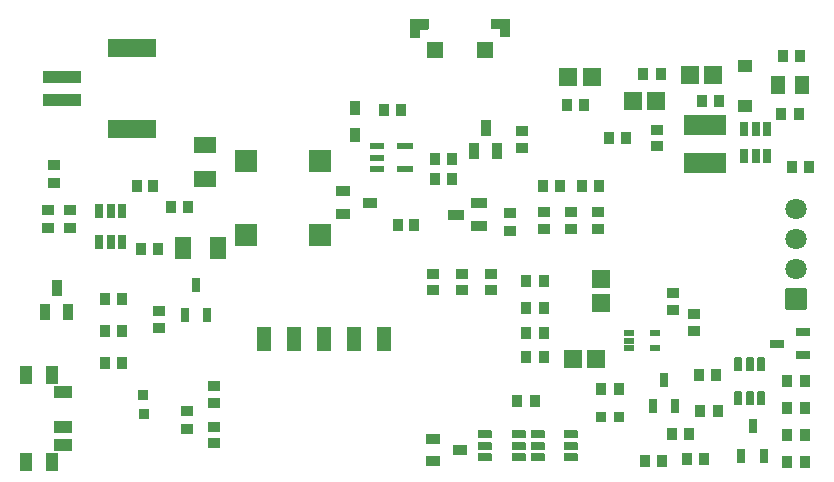
<source format=gts>
G04 Layer: TopSolderMaskLayer*
G04 EasyEDA v6.5.44, 2024-07-23 11:26:01*
G04 fa6d6c6f67624019b56d640f781358e2,6e2a8d9c20784516b523f05fecaed983,10*
G04 Gerber Generator version 0.2*
G04 Scale: 100 percent, Rotated: No, Reflected: No *
G04 Dimensions in millimeters *
G04 leading zeros omitted , absolute positions ,4 integer and 5 decimal *
%FSLAX45Y45*%
%MOMM*%

%AMMACRO1*4,1,8,-0.5961,-0.5258,-0.6258,-0.496,-0.6258,0.4961,-0.5961,0.5258,0.596,0.5258,0.6258,0.4961,0.6258,-0.496,0.596,-0.5258,-0.5961,-0.5258,0*%
%AMMACRO2*4,1,8,-0.8716,-0.6546,-0.9013,-0.6248,-0.9013,0.6248,-0.8716,0.6546,0.8715,0.6546,0.9013,0.6248,0.9013,-0.6248,0.8715,-0.6546,-0.8716,-0.6546,0*%
%AMMACRO3*4,1,8,-0.6248,-0.9013,-0.6546,-0.8715,-0.6546,0.8716,-0.6248,0.9013,0.6248,0.9013,0.6546,0.8716,0.6546,-0.8715,0.6248,-0.9013,-0.6248,-0.9013,0*%
%AMMACRO4*4,1,8,-0.5307,-1.05,-0.56,-1.0207,-0.56,1.0207,-0.5307,1.05,0.5307,1.05,0.56,1.0207,0.56,-1.0207,0.5307,-1.05,-0.5307,-1.05,0*%
%AMMACRO5*4,1,8,-0.6207,-0.65,-0.65,-0.6207,-0.65,0.6207,-0.6207,0.65,0.6207,0.65,0.65,0.6207,0.65,-0.6207,0.6207,-0.65,-0.6207,-0.65,0*%
%AMMACRO6*4,1,8,-0.8711,-0.9008,-0.9008,-0.871,-0.9008,0.8711,-0.8711,0.9008,0.871,0.9008,0.9008,0.8711,0.9008,-0.871,0.871,-0.9008,-0.8711,-0.9008,0*%
%AMMACRO7*4,1,8,-0.7261,-0.7258,-0.7558,-0.696,-0.7558,0.6961,-0.7261,0.7258,0.726,0.7258,0.7558,0.6961,0.7558,-0.696,0.726,-0.7258,-0.7261,-0.7258,0*%
%AMMACRO8*4,1,8,-0.6961,-0.7558,-0.7258,-0.726,-0.7258,0.7261,-0.6961,0.7558,0.696,0.7558,0.7258,0.7261,0.7258,-0.726,0.696,-0.7558,-0.6961,-0.7558,0*%
%AMMACRO9*4,1,8,-0.4531,-0.454,-0.4828,-0.4243,-0.4828,0.4243,-0.4531,0.454,0.453,0.454,0.4828,0.4243,0.4828,-0.4243,0.453,-0.454,-0.4531,-0.454,0*%
%AMMACRO10*4,1,8,-0.4211,-0.2508,-0.4508,-0.221,-0.4508,0.2211,-0.4211,0.2508,0.421,0.2508,0.4508,0.2211,0.4508,-0.221,0.421,-0.2508,-0.4211,-0.2508,0*%
%AMMACRO11*4,1,8,-0.5873,-0.7393,-0.6171,-0.7095,-0.6171,0.7095,-0.5873,0.7393,0.5873,0.7393,0.6171,0.7095,0.6171,-0.7095,0.5873,-0.7393,-0.5873,-0.7393,0*%
%AMMACRO12*4,1,8,-0.4711,-0.7508,-0.5008,-0.721,-0.5008,0.7211,-0.4711,0.7508,0.471,0.7508,0.5008,0.7211,0.5008,-0.721,0.471,-0.7508,-0.4711,-0.7508,0*%
%AMMACRO13*4,1,8,-0.7711,-0.5008,-0.8008,-0.471,-0.8008,0.4711,-0.7711,0.5008,0.771,0.5008,0.8008,0.4711,0.8008,-0.471,0.771,-0.5008,-0.7711,-0.5008,0*%
%AMMACRO14*4,1,8,-0.4243,-0.4828,-0.454,-0.453,-0.454,0.4531,-0.4243,0.4828,0.4243,0.4828,0.454,0.4531,0.454,-0.453,0.4243,-0.4828,-0.4243,-0.4828,0*%
%AMMACRO15*4,1,8,-0.9211,-0.9508,-0.9508,-0.921,-0.9508,0.9211,-0.9211,0.9508,0.921,0.9508,0.9508,0.9211,0.9508,-0.921,0.921,-0.9508,-0.9211,-0.9508,0*%
%AMMACRO16*4,1,8,-1.6207,-0.55,-1.65,-0.5207,-1.65,0.5207,-1.6207,0.55,1.6207,0.55,1.65,0.5207,1.65,-0.5207,1.6207,-0.55,-1.6207,-0.55,0*%
%AMMACRO17*4,1,8,-2.0207,-0.8,-2.05,-0.7707,-2.05,0.7707,-2.0207,0.8,2.0207,0.8,2.05,0.7707,2.05,-0.7707,2.0207,-0.8,-2.0207,-0.8,0*%
%AMMACRO18*4,1,8,-0.3961,-0.5508,-0.4258,-0.521,-0.4258,0.5211,-0.3961,0.5508,0.396,0.5508,0.4258,0.5211,0.4258,-0.521,0.396,-0.5508,-0.3961,-0.5508,0*%
%AMMACRO19*4,1,8,-0.5211,-0.4508,-0.5508,-0.421,-0.5508,0.4211,-0.5211,0.4508,0.521,0.4508,0.5508,0.4211,0.5508,-0.421,0.521,-0.4508,-0.5211,-0.4508,0*%
%AMMACRO20*4,1,8,-0.4211,-0.5008,-0.4508,-0.471,-0.4508,0.4711,-0.4211,0.5008,0.421,0.5008,0.4508,0.4711,0.4508,-0.471,0.421,-0.5008,-0.4211,-0.5008,0*%
%AMMACRO21*4,1,8,-0.4211,-0.4508,-0.4508,-0.421,-0.4508,0.4211,-0.4211,0.4508,0.421,0.4508,0.4508,0.4211,0.4508,-0.421,0.421,-0.4508,-0.4211,-0.4508,0*%
%AMMACRO22*4,1,8,-0.4711,-0.4508,-0.5008,-0.421,-0.5008,0.4211,-0.4711,0.4508,0.471,0.4508,0.5008,0.4211,0.5008,-0.421,0.471,-0.4508,-0.4711,-0.4508,0*%
%AMMACRO23*4,1,8,-0.2871,-0.5696,-0.3168,-0.5398,-0.3168,0.5398,-0.2871,0.5696,0.287,0.5696,0.3168,0.5398,0.3168,-0.5398,0.287,-0.5696,-0.2871,-0.5696,0*%
%AMMACRO24*4,1,8,-0.287,-0.5696,-0.3168,-0.5398,-0.3168,0.5398,-0.287,0.5696,0.287,0.5696,0.3168,0.5398,0.3168,-0.5398,0.287,-0.5696,-0.287,-0.5696,0*%
%AMMACRO25*4,1,8,-0.5398,-0.3168,-0.5696,-0.287,-0.5696,0.2871,-0.5398,0.3168,0.5398,0.3168,0.5696,0.2871,0.5696,-0.287,0.5398,-0.3168,-0.5398,-0.3168,0*%
%AMMACRO26*4,1,8,-0.5398,-0.3168,-0.5696,-0.287,-0.5696,0.287,-0.5398,0.3168,0.5398,0.3168,0.5696,0.287,0.5696,-0.287,0.5398,-0.3168,-0.5398,-0.3168,0*%
%AMMACRO27*4,1,8,-1.7711,-0.8508,-1.8008,-0.821,-1.8008,0.8211,-1.7711,0.8508,1.771,0.8508,1.8008,0.8211,1.8008,-0.821,1.771,-0.8508,-1.7711,-0.8508,0*%
%AMMACRO28*4,1,8,-0.4531,-0.4508,-0.4828,-0.421,-0.4828,0.4211,-0.4531,0.4508,0.453,0.4508,0.4828,0.4211,0.4828,-0.421,0.453,-0.4508,-0.4531,-0.4508,0*%
%AMMACRO29*4,1,8,-0.4211,-0.4828,-0.4508,-0.453,-0.4508,0.4531,-0.4211,0.4828,0.421,0.4828,0.4508,0.4531,0.4508,-0.453,0.421,-0.4828,-0.4211,-0.4828,0*%
%AMMACRO30*4,1,8,-0.646,-0.4008,-0.6758,-0.371,-0.6758,0.3711,-0.646,0.4008,0.646,0.4008,0.6758,0.3711,0.6758,-0.371,0.646,-0.4008,-0.646,-0.4008,0*%
%AMMACRO31*4,1,8,-0.3711,-0.6758,-0.4008,-0.646,-0.4008,0.646,-0.3711,0.6758,0.371,0.6758,0.4008,0.646,0.4008,-0.646,0.371,-0.6758,-0.3711,-0.6758,0*%
%AMMACRO32*4,1,8,-0.3211,-0.5858,-0.3508,-0.556,-0.3508,0.5561,-0.3211,0.5858,0.321,0.5858,0.3508,0.5561,0.3508,-0.556,0.321,-0.5858,-0.3211,-0.5858,0*%
%AMMACRO33*4,1,8,-0.5211,-0.3258,-0.5508,-0.296,-0.5508,0.2961,-0.5211,0.3258,0.521,0.3258,0.5508,0.2961,0.5508,-0.296,0.521,-0.3258,-0.5211,-0.3258,0*%
%AMMACRO34*4,1,8,-0.2961,-0.5508,-0.3258,-0.521,-0.3258,0.5211,-0.2961,0.5508,0.296,0.5508,0.3258,0.5211,0.3258,-0.521,0.296,-0.5508,-0.2961,-0.5508,0*%
%AMMACRO35*4,1,8,-0.287,-0.5868,-0.3168,-0.557,-0.3168,0.557,-0.287,0.5868,0.287,0.5868,0.3168,0.557,0.3168,-0.557,0.287,-0.5868,-0.287,-0.5868,0*%
%AMMACRO36*4,1,8,-0.5996,-0.2958,-0.6293,-0.266,-0.6293,0.2661,-0.5996,0.2958,0.5995,0.2958,0.6293,0.2661,0.6293,-0.266,0.5995,-0.2958,-0.5996,-0.2958,0*%
%AMMACRO37*4,1,8,-0.6086,-0.2958,-0.6383,-0.266,-0.6383,0.2661,-0.6086,0.2958,0.6085,0.2958,0.6383,0.2661,0.6383,-0.266,0.6085,-0.2958,-0.6086,-0.2958,0*%
%AMMACRO38*4,1,8,-0.3211,-0.601,-0.351,-0.5711,-0.351,0.5711,-0.3211,0.601,0.3211,0.601,0.351,0.5711,0.351,-0.5711,0.3211,-0.601,-0.3211,-0.601,0*%
%ADD10MACRO1*%
%ADD11MACRO2*%
%ADD12MACRO3*%
%ADD13MACRO4*%
%ADD14MACRO5*%
%ADD15MACRO6*%
%ADD16C,1.8016*%
%ADD17MACRO7*%
%ADD18MACRO8*%
%ADD19MACRO9*%
%ADD20MACRO10*%
%ADD21MACRO11*%
%ADD22MACRO12*%
%ADD23MACRO13*%
%ADD24MACRO14*%
%ADD25MACRO15*%
%ADD26MACRO16*%
%ADD27MACRO17*%
%ADD28MACRO18*%
%ADD29MACRO19*%
%ADD30MACRO20*%
%ADD31MACRO21*%
%ADD32MACRO22*%
%ADD33MACRO23*%
%ADD34MACRO24*%
%ADD35MACRO25*%
%ADD36MACRO26*%
%ADD37MACRO27*%
%ADD38MACRO28*%
%ADD39MACRO29*%
%ADD40MACRO30*%
%ADD41MACRO31*%
%ADD42MACRO32*%
%ADD43MACRO33*%
%ADD44MACRO34*%
%ADD45MACRO35*%
%ADD46MACRO36*%
%ADD47MACRO37*%
%ADD48MACRO38*%
%ADD49C,0.0199*%

%LPD*%
D10*
G01*
X6184900Y-893140D03*
G01*
X6184900Y-554659D03*
D11*
G01*
X1612900Y-1223723D03*
G01*
X1612900Y-1519476D03*
D12*
G01*
X1722676Y-2095500D03*
G01*
X1426923Y-2095500D03*
D13*
G01*
X3124198Y-2870201D03*
G01*
X2870198Y-2870201D03*
G01*
X2616201Y-2870201D03*
G01*
X2362201Y-2870201D03*
G01*
X2108201Y-2870201D03*
D14*
G01*
X3561908Y-423964D03*
G01*
X3986900Y-421464D03*
G36*
X3351908Y-319961D02*
G01*
X3351418Y-319938D01*
X3350933Y-319864D01*
X3350455Y-319745D01*
X3349993Y-319580D01*
X3349551Y-319371D01*
X3349129Y-319117D01*
X3348736Y-318825D01*
X3348372Y-318495D01*
X3348042Y-318132D01*
X3347750Y-317738D01*
X3347496Y-317317D01*
X3347288Y-316875D01*
X3347123Y-316412D01*
X3347003Y-315935D01*
X3346930Y-315450D01*
X3346907Y-314960D01*
X3346907Y-163959D01*
X3346930Y-163469D01*
X3347003Y-162984D01*
X3347123Y-162506D01*
X3347288Y-162044D01*
X3347496Y-161602D01*
X3347750Y-161180D01*
X3348042Y-160787D01*
X3348372Y-160423D01*
X3348736Y-160093D01*
X3349129Y-159801D01*
X3349551Y-159547D01*
X3349993Y-159339D01*
X3350455Y-159174D01*
X3350933Y-159054D01*
X3351418Y-158981D01*
X3351908Y-158958D01*
X3501908Y-158958D01*
X3502398Y-158981D01*
X3502883Y-159054D01*
X3503361Y-159174D01*
X3503823Y-159339D01*
X3504265Y-159547D01*
X3504686Y-159801D01*
X3505080Y-160093D01*
X3505443Y-160423D01*
X3505774Y-160787D01*
X3506066Y-161180D01*
X3506320Y-161602D01*
X3506528Y-162044D01*
X3506693Y-162506D01*
X3506812Y-162984D01*
X3506886Y-163469D01*
X3506909Y-163959D01*
X3506909Y-244960D01*
X3506886Y-245450D01*
X3506812Y-245935D01*
X3506693Y-246413D01*
X3506528Y-246875D01*
X3506320Y-247317D01*
X3506066Y-247738D01*
X3505774Y-248132D01*
X3505443Y-248495D01*
X3505080Y-248826D01*
X3504686Y-249118D01*
X3504265Y-249372D01*
X3503823Y-249580D01*
X3503361Y-249745D01*
X3502883Y-249864D01*
X3502398Y-249938D01*
X3501908Y-249961D01*
X3436909Y-249961D01*
X3436909Y-314960D01*
X3436886Y-315450D01*
X3436813Y-315935D01*
X3436693Y-316412D01*
X3436528Y-316875D01*
X3436320Y-317317D01*
X3436066Y-317738D01*
X3435774Y-318132D01*
X3435443Y-318495D01*
X3435080Y-318825D01*
X3434687Y-319117D01*
X3434265Y-319371D01*
X3433823Y-319580D01*
X3433361Y-319745D01*
X3432883Y-319864D01*
X3432398Y-319938D01*
X3431908Y-319961D01*
G37*
G36*
X4111396Y-316461D02*
G01*
X4110906Y-316438D01*
X4110421Y-316364D01*
X4109943Y-316245D01*
X4109481Y-316080D01*
X4109039Y-315871D01*
X4108617Y-315617D01*
X4108223Y-315325D01*
X4107860Y-314995D01*
X4107530Y-314632D01*
X4107238Y-314238D01*
X4106984Y-313817D01*
X4106776Y-313375D01*
X4106611Y-312912D01*
X4106491Y-312435D01*
X4106418Y-311950D01*
X4106395Y-311459D01*
X4106395Y-246461D01*
X4041396Y-246461D01*
X4040906Y-246438D01*
X4040421Y-246364D01*
X4039943Y-246245D01*
X4039481Y-246080D01*
X4039039Y-245871D01*
X4038617Y-245618D01*
X4038224Y-245325D01*
X4037860Y-244995D01*
X4037530Y-244632D01*
X4037238Y-244238D01*
X4036984Y-243817D01*
X4036776Y-243375D01*
X4036611Y-242912D01*
X4036491Y-242435D01*
X4036418Y-241950D01*
X4036395Y-241460D01*
X4036395Y-161460D01*
X4036418Y-160969D01*
X4036491Y-160484D01*
X4036611Y-160007D01*
X4036776Y-159545D01*
X4036984Y-159103D01*
X4037238Y-158681D01*
X4037530Y-158287D01*
X4037860Y-157924D01*
X4038224Y-157594D01*
X4038617Y-157302D01*
X4039039Y-157048D01*
X4039481Y-156839D01*
X4039943Y-156674D01*
X4040421Y-156555D01*
X4040906Y-156481D01*
X4041396Y-156458D01*
X4192397Y-156458D01*
X4192887Y-156481D01*
X4193372Y-156555D01*
X4193849Y-156674D01*
X4194312Y-156839D01*
X4194754Y-157048D01*
X4195175Y-157302D01*
X4195569Y-157594D01*
X4195932Y-157924D01*
X4196262Y-158287D01*
X4196554Y-158681D01*
X4196808Y-159103D01*
X4197017Y-159545D01*
X4197182Y-160007D01*
X4197301Y-160484D01*
X4197375Y-160969D01*
X4197398Y-161460D01*
X4197398Y-311459D01*
X4197375Y-311950D01*
X4197301Y-312435D01*
X4197182Y-312912D01*
X4197017Y-313375D01*
X4196808Y-313817D01*
X4196554Y-314238D01*
X4196262Y-314632D01*
X4195932Y-314995D01*
X4195569Y-315325D01*
X4195175Y-315617D01*
X4194754Y-315871D01*
X4194312Y-316080D01*
X4193849Y-316245D01*
X4193372Y-316364D01*
X4192887Y-316438D01*
X4192397Y-316461D01*
G37*
D15*
G01*
X6616700Y-2527300D03*
D16*
G01*
X6616700Y-2273300D03*
G01*
X6616700Y-2019300D03*
G01*
X6616700Y-1765300D03*
D17*
G01*
X4725997Y-3035300D03*
G01*
X4926002Y-3035300D03*
D18*
G01*
X4965700Y-2563802D03*
G01*
X4965700Y-2363797D03*
D19*
G01*
X330200Y-1397875D03*
G01*
X330200Y-1548524D03*
D20*
G01*
X5418607Y-2817898D03*
G01*
X5418609Y-2947901D03*
G01*
X5198584Y-2947901D03*
G01*
X5198584Y-2882900D03*
G01*
X5198587Y-2817898D03*
D21*
G01*
X6665904Y-717550D03*
G01*
X6465895Y-717550D03*
D22*
G01*
X95248Y-3178303D03*
G01*
X95248Y-3908296D03*
G01*
X315238Y-3178303D03*
G01*
X315238Y-3908296D03*
D23*
G01*
X412750Y-3618317D03*
G01*
X412750Y-3768304D03*
G01*
X412750Y-3318318D03*
D24*
G01*
X4482224Y-2819400D03*
G01*
X4331575Y-2819400D03*
G01*
X4331575Y-3022600D03*
G01*
X4482224Y-3022600D03*
G01*
X4331575Y-2374900D03*
G01*
X4482224Y-2374900D03*
G01*
X4331575Y-2603500D03*
G01*
X4482224Y-2603500D03*
D25*
G01*
X1958301Y-1361394D03*
G01*
X1958301Y-1991398D03*
G01*
X2588305Y-1991398D03*
G01*
X2588305Y-1361394D03*
D26*
G01*
X403504Y-849299D03*
G01*
X403504Y-649300D03*
D27*
G01*
X993500Y-409298D03*
G01*
X993500Y-1089301D03*
D28*
G01*
X2882900Y-911444D03*
G01*
X2882900Y-1145950D03*
D29*
G01*
X2780598Y-1809501D03*
G01*
X3010601Y-1714505D03*
G01*
X2780601Y-1619498D03*
D30*
G01*
X5835799Y-3886200D03*
G01*
X5695800Y-3886200D03*
D31*
G01*
X1092553Y-3502593D03*
G01*
X1091852Y-3342693D03*
D30*
G01*
X1174899Y-1574800D03*
G01*
X1034900Y-1574800D03*
G01*
X1212999Y-2108200D03*
G01*
X1073000Y-2108200D03*
D17*
G01*
X4887902Y-647700D03*
G01*
X4687897Y-647700D03*
G01*
X5434002Y-850900D03*
G01*
X5233997Y-850900D03*
G01*
X5916602Y-635000D03*
G01*
X5716597Y-635000D03*
D30*
G01*
X4819799Y-889000D03*
G01*
X4679800Y-889000D03*
D32*
G01*
X3791084Y-2317600D03*
G01*
X3791084Y-2457599D03*
D30*
G01*
X768200Y-3073400D03*
G01*
X908199Y-3073400D03*
D32*
G01*
X3543300Y-2317600D03*
G01*
X3543300Y-2457599D03*
D30*
G01*
X768200Y-2527300D03*
G01*
X908199Y-2527300D03*
G01*
X908199Y-2800888D03*
G01*
X768200Y-2800888D03*
D32*
G01*
X4038330Y-2459149D03*
G01*
X4038330Y-2319149D03*
G01*
X1689100Y-3752999D03*
G01*
X1689100Y-3613000D03*
D30*
G01*
X5035400Y-1168400D03*
G01*
X5175399Y-1168400D03*
D32*
G01*
X1689100Y-3410099D03*
G01*
X1689100Y-3270100D03*
D30*
G01*
X6724799Y-1409700D03*
G01*
X6584800Y-1409700D03*
D32*
G01*
X4940300Y-1796900D03*
G01*
X4940300Y-1936899D03*
G01*
X4711700Y-1796900D03*
G01*
X4711700Y-1936899D03*
D30*
G01*
X3270399Y-927100D03*
G01*
X3130400Y-927100D03*
G01*
X3384699Y-1905000D03*
G01*
X3244700Y-1905000D03*
D32*
G01*
X4483100Y-1796900D03*
G01*
X4483100Y-1936899D03*
D33*
G01*
X5404100Y-3437525D03*
G01*
X5594099Y-3437525D03*
D34*
G01*
X5499100Y-3217274D03*
D35*
G01*
X6676025Y-3003299D03*
G01*
X6676025Y-2813300D03*
D36*
G01*
X6455774Y-2908300D03*
D37*
G01*
X5842000Y-1379202D03*
G01*
X5842000Y-1059196D03*
D38*
G01*
X5435612Y-1098400D03*
G01*
X5435612Y-1238399D03*
G01*
X1219187Y-2775099D03*
G01*
X1219187Y-2635100D03*
D39*
G01*
X5822800Y-850887D03*
G01*
X5962799Y-850887D03*
D29*
G01*
X3542598Y-3905001D03*
G01*
X3772601Y-3810005D03*
G01*
X3542601Y-3714998D03*
D40*
G01*
X3935399Y-1911096D03*
G01*
X3935399Y-1721105D03*
G01*
X3735400Y-1816101D03*
D41*
G01*
X3892803Y-1281099D03*
G01*
X4082794Y-1281099D03*
G01*
X3987798Y-1081100D03*
G01*
X260603Y-2639999D03*
G01*
X450594Y-2639999D03*
G01*
X355598Y-2440000D03*
D24*
G01*
X5485524Y-3898900D03*
G01*
X5334875Y-3898900D03*
D19*
G01*
X5575300Y-2477375D03*
G01*
X5575300Y-2628024D03*
D24*
G01*
X6692024Y-3225800D03*
G01*
X6541375Y-3225800D03*
G01*
X6541375Y-3454400D03*
G01*
X6692024Y-3454400D03*
G01*
X6541375Y-3911600D03*
G01*
X6692024Y-3911600D03*
G01*
X6692024Y-3683000D03*
G01*
X6541375Y-3683000D03*
G01*
X4952124Y-1574800D03*
G01*
X4801475Y-1574800D03*
G01*
X4621924Y-1574800D03*
G01*
X4471275Y-1574800D03*
G01*
X4406024Y-3390900D03*
G01*
X4255375Y-3390900D03*
G01*
X6490575Y-965200D03*
G01*
X6641224Y-965200D03*
D19*
G01*
X1460500Y-3480675D03*
G01*
X1460500Y-3631324D03*
D24*
G01*
X1321675Y-1752600D03*
G01*
X1472324Y-1752600D03*
D19*
G01*
X5753100Y-2805824D03*
G01*
X5753100Y-2655175D03*
D24*
G01*
X6503275Y-469900D03*
G01*
X6653924Y-469900D03*
G01*
X5714124Y-3670300D03*
G01*
X5563475Y-3670300D03*
G01*
X5804775Y-3479800D03*
G01*
X5955424Y-3479800D03*
G01*
X5792075Y-3175000D03*
G01*
X5942724Y-3175000D03*
G01*
X5472824Y-622300D03*
G01*
X5322175Y-622300D03*
D19*
G01*
X4191000Y-1804275D03*
G01*
X4191000Y-1954924D03*
D24*
G01*
X3556875Y-1511300D03*
G01*
X3707524Y-1511300D03*
D19*
G01*
X4292600Y-1256424D03*
G01*
X4292600Y-1105775D03*
G01*
X279400Y-1929524D03*
G01*
X279400Y-1778875D03*
G01*
X469900Y-1929524D03*
G01*
X469900Y-1778875D03*
D24*
G01*
X3556875Y-1346200D03*
G01*
X3707524Y-1346200D03*
D42*
G01*
X1441703Y-2663499D03*
G01*
X1631696Y-2663499D03*
G01*
X1536700Y-2416500D03*
G01*
X6153403Y-3857299D03*
G01*
X6343396Y-3857299D03*
G01*
X6248400Y-3610300D03*
D43*
G01*
X4267502Y-3676896D03*
G01*
X4267502Y-3771892D03*
G01*
X4267502Y-3866888D03*
G01*
X3987492Y-3866888D03*
G01*
X3987492Y-3771892D03*
G01*
X3987492Y-3676896D03*
G01*
X4712002Y-3676896D03*
G01*
X4712002Y-3771892D03*
G01*
X4712002Y-3866888D03*
G01*
X4431992Y-3866888D03*
G01*
X4431992Y-3771892D03*
G01*
X4431992Y-3676896D03*
D44*
G01*
X6127996Y-3085797D03*
G01*
X6222992Y-3085797D03*
G01*
X6317988Y-3085797D03*
G01*
X6317988Y-3365807D03*
G01*
X6222992Y-3365807D03*
G01*
X6127996Y-3365807D03*
D45*
G01*
X6178804Y-1321409D03*
G01*
X6273800Y-1321409D03*
G01*
X6368795Y-1321409D03*
G01*
X6368795Y-1091590D03*
G01*
X6273800Y-1091590D03*
G01*
X6178804Y-1091590D03*
D46*
G01*
X3072333Y-1238503D03*
G01*
X3072333Y-1333500D03*
G01*
X3072333Y-1428496D03*
D47*
G01*
X3303066Y-1428496D03*
G01*
X3303066Y-1238503D03*
D48*
G01*
X717803Y-1782692D03*
G01*
X812800Y-1782692D03*
G01*
X907796Y-1782692D03*
G01*
X907796Y-2052703D03*
G01*
X812800Y-2052703D03*
G01*
X717803Y-2052703D03*
D24*
G01*
X5117224Y-3289300D03*
G01*
X4966575Y-3289300D03*
D31*
G01*
X4961956Y-3530953D03*
G01*
X5121856Y-3530252D03*
M02*

</source>
